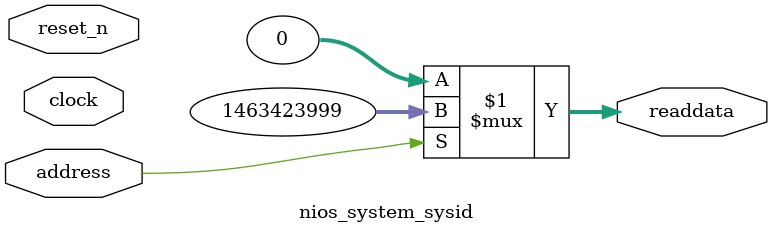
<source format=v>

`timescale 1ns / 1ps
// synthesis translate_on

// turn off superfluous verilog processor warnings 
// altera message_level Level1 
// altera message_off 10034 10035 10036 10037 10230 10240 10030 

module nios_system_sysid (
               // inputs:
                address,
                clock,
                reset_n,

               // outputs:
                readdata
             )
;

  output  [ 31: 0] readdata;
  input            address;
  input            clock;
  input            reset_n;

  wire    [ 31: 0] readdata;
  //control_slave, which is an e_avalon_slave
  assign readdata = address ? 1463423999 : 0;

endmodule




</source>
